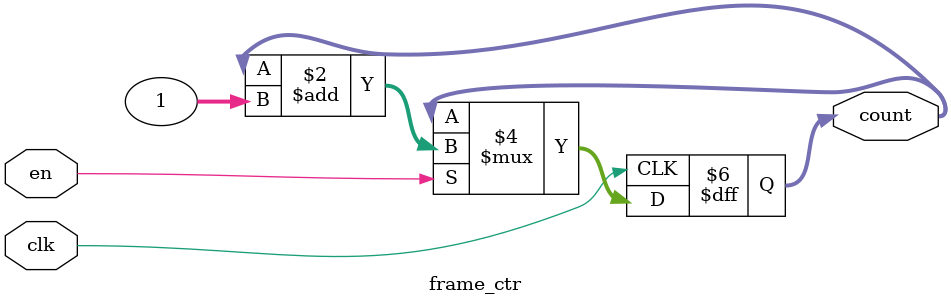
<source format=v>
`timescale 1ns / 1ps
module frame_ctr( input clk,en,
output reg [31:0] count=0
    );

always @(posedge clk)
begin
	if (en)
		count<=count+1;
	end
endmodule

</source>
